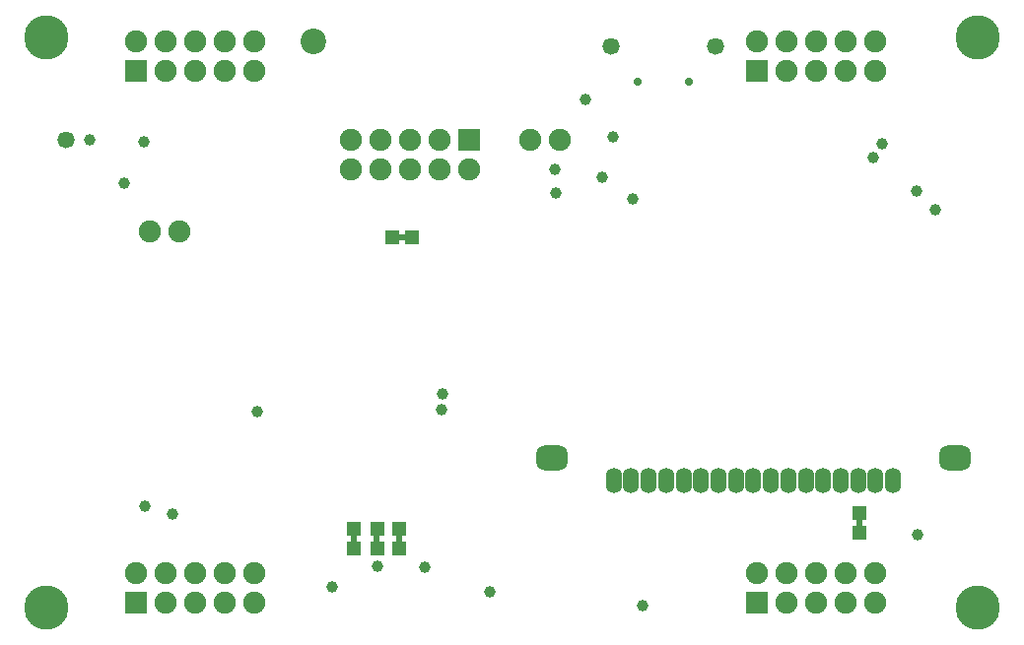
<source format=gbs>
%FSLAX43Y43*%
%MOMM*%
G71*
G01*
G75*
G04 Layer_Color=16711935*
%ADD10R,0.762X0.762*%
%ADD11R,0.762X0.762*%
%ADD12R,1.200X1.200*%
%ADD13O,0.550X2.000*%
%ADD14O,2.000X0.550*%
%ADD15R,0.950X1.000*%
%ADD16R,3.200X3.200*%
%ADD17R,4.000X4.000*%
%ADD18R,1.500X0.800*%
%ADD19R,0.650X0.800*%
%ADD20R,0.600X0.900*%
%ADD21R,1.000X1.000*%
%ADD22R,0.800X1.000*%
%ADD23R,0.900X0.600*%
%ADD24R,0.700X0.700*%
%ADD25R,0.800X0.650*%
%ADD26R,1.300X0.600*%
%ADD27R,1.500X0.990*%
%ADD28R,1.500X3.280*%
%ADD29R,0.500X2.300*%
%ADD30R,2.000X2.500*%
%ADD31R,1.100X0.600*%
%ADD32R,1.100X1.000*%
%ADD33R,0.950X1.750*%
%ADD34R,1.000X1.600*%
%ADD35R,3.000X2.500*%
%ADD36R,1.950X0.600*%
%ADD37R,1.500X1.350*%
%ADD38R,1.150X1.350*%
%ADD39R,1.000X2.250*%
%ADD40R,1.300X0.450*%
%ADD41R,2.250X1.000*%
%ADD42C,0.175*%
%ADD43C,0.350*%
%ADD44C,0.400*%
%ADD45C,0.300*%
%ADD46C,0.229*%
%ADD47C,0.200*%
%ADD48R,0.300X0.900*%
%ADD49C,1.700*%
%ADD50R,1.700X1.700*%
%ADD51C,0.500*%
%ADD52C,3.600*%
%ADD53C,2.000*%
%ADD54O,1.200X2.000*%
G04:AMPARAMS|DCode=55|XSize=2.5mm|YSize=2mm|CornerRadius=0.7mm|HoleSize=0mm|Usage=FLASHONLY|Rotation=0.000|XOffset=0mm|YOffset=0mm|HoleType=Round|Shape=RoundedRectangle|*
%AMROUNDEDRECTD55*
21,1,2.500,0.600,0,0,0.0*
21,1,1.100,2.000,0,0,0.0*
1,1,1.400,0.550,-0.300*
1,1,1.400,-0.550,-0.300*
1,1,1.400,-0.550,0.300*
1,1,1.400,0.550,0.300*
%
%ADD55ROUNDEDRECTD55*%
%ADD56C,0.550*%
%ADD57C,0.500*%
%ADD58C,0.100*%
G04:AMPARAMS|DCode=59|XSize=2.524mm|YSize=2.524mm|CornerRadius=0mm|HoleSize=0mm|Usage=FLASHONLY|Rotation=0.000|XOffset=0mm|YOffset=0mm|HoleType=Round|Shape=Relief|Width=0.254mm|Gap=0.254mm|Entries=4|*
%AMTHD59*
7,0,0,2.524,2.016,0.254,45*
%
%ADD59THD59*%
%ADD60C,1.600*%
%ADD61C,1.500*%
G04:AMPARAMS|DCode=62|XSize=4.624mm|YSize=4.624mm|CornerRadius=0mm|HoleSize=0mm|Usage=FLASHONLY|Rotation=0.000|XOffset=0mm|YOffset=0mm|HoleType=Round|Shape=Relief|Width=0.254mm|Gap=0.254mm|Entries=4|*
%AMTHD62*
7,0,0,4.624,4.116,0.254,45*
%
%ADD62THD62*%
%ADD63C,2.600*%
%ADD64C,1.400*%
G04:AMPARAMS|DCode=65|XSize=2.424mm|YSize=2.424mm|CornerRadius=0mm|HoleSize=0mm|Usage=FLASHONLY|Rotation=0.000|XOffset=0mm|YOffset=0mm|HoleType=Round|Shape=Relief|Width=0.254mm|Gap=0.254mm|Entries=4|*
%AMTHD65*
7,0,0,2.424,1.916,0.254,45*
%
%ADD65THD65*%
%ADD66O,2.600X1.600*%
%ADD67C,0.850*%
%ADD68C,3.700*%
%AMTHOVALD69*
21,1,1.000,2.524,0,0,0.0*
1,1,2.524,-0.500,0.000*
1,1,2.524,0.500,0.000*
21,0,1.000,2.016,0,0,0.0*
1,0,2.016,-0.500,0.000*
1,0,2.016,0.500,0.000*
4,0,4,-0.410,-0.090,-1.303,-0.982,-1.482,-0.803,-0.590,0.090,-0.410,-0.090,0.0*
4,0,4,0.590,-0.090,1.482,0.803,1.303,0.982,0.410,0.090,0.590,-0.090,0.0*
4,0,4,-0.590,-0.090,-1.482,0.803,-1.303,0.982,-0.410,0.090,-0.590,-0.090,0.0*
4,0,4,0.410,-0.090,1.303,-0.982,1.482,-0.803,0.590,0.090,0.410,-0.090,0.0*
%
%ADD69THOVALD69*%

%ADD70R,1.000X0.950*%
%ADD71C,1.270*%
%ADD72R,0.900X0.300*%
%ADD73C,0.800*%
%ADD74C,0.254*%
%ADD75C,0.250*%
%ADD76C,0.150*%
%ADD77C,0.640*%
%ADD78C,0.125*%
%ADD79R,1.750X1.750*%
%ADD80R,1.700X1.700*%
%ADD81R,3.000X3.000*%
%ADD82R,0.510X0.500*%
%ADD83R,0.962X0.962*%
%ADD84R,0.962X0.962*%
%ADD85R,1.400X1.400*%
%ADD86O,0.750X2.200*%
%ADD87O,2.200X0.750*%
%ADD88R,1.150X1.200*%
%ADD89R,3.400X3.400*%
%ADD90R,4.200X4.200*%
%ADD91R,1.700X1.000*%
%ADD92R,0.850X1.000*%
%ADD93R,0.800X1.100*%
%ADD94R,1.200X1.200*%
%ADD95R,1.000X1.200*%
%ADD96R,1.100X0.800*%
%ADD97R,0.900X0.900*%
%ADD98R,1.000X0.850*%
%ADD99R,1.500X0.800*%
%ADD100R,1.700X1.190*%
%ADD101R,1.700X3.480*%
%ADD102R,0.700X2.500*%
%ADD103R,2.200X2.700*%
%ADD104R,1.300X0.800*%
%ADD105R,1.300X1.200*%
%ADD106R,1.150X1.950*%
%ADD107R,1.200X1.800*%
%ADD108R,3.200X2.700*%
%ADD109R,2.150X0.800*%
%ADD110R,1.700X1.550*%
%ADD111R,1.350X1.550*%
%ADD112R,1.200X2.450*%
%ADD113R,1.500X0.650*%
%ADD114R,2.450X1.200*%
%ADD115C,1.900*%
%ADD116R,1.900X1.900*%
%ADD117C,0.700*%
%ADD118C,3.800*%
%ADD119C,2.200*%
%ADD120O,1.400X2.200*%
G04:AMPARAMS|DCode=121|XSize=2.7mm|YSize=2.2mm|CornerRadius=0.8mm|HoleSize=0mm|Usage=FLASHONLY|Rotation=0.000|XOffset=0mm|YOffset=0mm|HoleType=Round|Shape=RoundedRectangle|*
%AMROUNDEDRECTD121*
21,1,2.700,0.600,0,0,0.0*
21,1,1.100,2.200,0,0,0.0*
1,1,1.600,0.550,-0.300*
1,1,1.600,-0.550,-0.300*
1,1,1.600,-0.550,0.300*
1,1,1.600,0.550,0.300*
%
%ADD121ROUNDEDRECTD121*%
%ADD122R,0.500X0.510*%
%ADD123R,1.200X1.150*%
%ADD124C,1.470*%
%ADD125C,1.000*%
D82*
X32789Y8419D02*
D03*
X30889D02*
D03*
X28889D02*
D03*
X72330Y9800D02*
D03*
D88*
X32794Y9269D02*
D03*
Y7569D02*
D03*
X30894D02*
D03*
Y9269D02*
D03*
X28894D02*
D03*
Y7569D02*
D03*
X72325Y8950D02*
D03*
Y10650D02*
D03*
D115*
X38780Y40155D02*
D03*
X36240D02*
D03*
Y42695D02*
D03*
X33700Y40155D02*
D03*
Y42695D02*
D03*
X31160Y40155D02*
D03*
Y42695D02*
D03*
X28620D02*
D03*
Y40155D02*
D03*
X10160Y51200D02*
D03*
X12700D02*
D03*
Y48660D02*
D03*
X15240Y51200D02*
D03*
Y48660D02*
D03*
X17780Y51200D02*
D03*
Y48660D02*
D03*
X20320Y51200D02*
D03*
Y48660D02*
D03*
X73660D02*
D03*
Y51200D02*
D03*
X71120Y48660D02*
D03*
Y51200D02*
D03*
X68580Y48660D02*
D03*
Y51200D02*
D03*
X66040Y48660D02*
D03*
Y51200D02*
D03*
X63500D02*
D03*
X20320Y2940D02*
D03*
Y5480D02*
D03*
X17780Y2940D02*
D03*
Y5480D02*
D03*
X15240Y2940D02*
D03*
Y5480D02*
D03*
X12700Y2940D02*
D03*
Y5480D02*
D03*
X10160D02*
D03*
X73660Y2940D02*
D03*
Y5480D02*
D03*
X71120Y2940D02*
D03*
Y5480D02*
D03*
X68580Y2940D02*
D03*
Y5480D02*
D03*
X66040Y2940D02*
D03*
Y5480D02*
D03*
X63500D02*
D03*
X44030Y42700D02*
D03*
X46570D02*
D03*
X13900Y34800D02*
D03*
X11360D02*
D03*
D116*
X38780Y42695D02*
D03*
X10160Y48660D02*
D03*
X63500D02*
D03*
X10160Y2940D02*
D03*
X63500D02*
D03*
D117*
X53300Y47750D02*
D03*
X57700D02*
D03*
D118*
X82500Y2500D02*
D03*
Y51500D02*
D03*
X2500D02*
D03*
Y2500D02*
D03*
D119*
X25400Y51200D02*
D03*
D120*
X75225Y13450D02*
D03*
X73725D02*
D03*
X72225D02*
D03*
X70725D02*
D03*
X69225D02*
D03*
X67725D02*
D03*
X66225D02*
D03*
X64725D02*
D03*
X63225D02*
D03*
X61725D02*
D03*
X60225D02*
D03*
X58725D02*
D03*
X57225D02*
D03*
X55725D02*
D03*
X54225D02*
D03*
X52725D02*
D03*
X51225D02*
D03*
D121*
X80525Y15400D02*
D03*
X45925D02*
D03*
D122*
X33050Y34355D02*
D03*
D123*
X32200Y34350D02*
D03*
X33900D02*
D03*
D124*
X51000Y50750D02*
D03*
X59950D02*
D03*
X4200Y42750D02*
D03*
D125*
X78825Y36725D02*
D03*
X53717Y2700D02*
D03*
X40617Y3848D02*
D03*
X20625Y19362D02*
D03*
X13300Y10550D02*
D03*
X52900Y37675D02*
D03*
X46250Y38150D02*
D03*
X50200Y39500D02*
D03*
X6200Y42725D02*
D03*
X46136Y40200D02*
D03*
X10930Y11201D02*
D03*
X27025Y4300D02*
D03*
X30900Y6075D02*
D03*
X35000Y6000D02*
D03*
X36475Y19500D02*
D03*
X36513Y20862D02*
D03*
X9175Y39025D02*
D03*
X10900Y42525D02*
D03*
X51150Y43000D02*
D03*
X77325Y8800D02*
D03*
X77275Y38300D02*
D03*
X74300Y42350D02*
D03*
X73500Y41150D02*
D03*
X48800Y46175D02*
D03*
M02*

</source>
